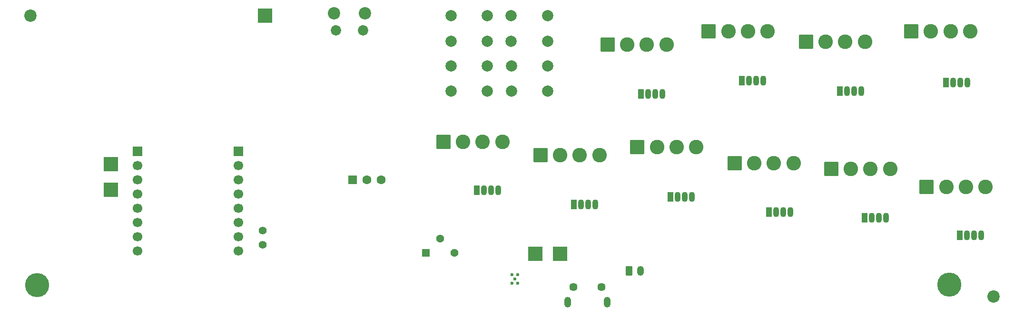
<source format=gbr>
%TF.GenerationSoftware,KiCad,Pcbnew,9.0.2*%
%TF.CreationDate,2025-05-27T01:48:19-04:00*%
%TF.ProjectId,JF-Clock_template_rpi,4a462d43-6c6f-4636-9b5f-74656d706c61,rev?*%
%TF.SameCoordinates,Original*%
%TF.FileFunction,Soldermask,Bot*%
%TF.FilePolarity,Negative*%
%FSLAX46Y46*%
G04 Gerber Fmt 4.6, Leading zero omitted, Abs format (unit mm)*
G04 Created by KiCad (PCBNEW 9.0.2) date 2025-05-27 01:48:19*
%MOMM*%
%LPD*%
G01*
G04 APERTURE LIST*
G04 Aperture macros list*
%AMRoundRect*
0 Rectangle with rounded corners*
0 $1 Rounding radius*
0 $2 $3 $4 $5 $6 $7 $8 $9 X,Y pos of 4 corners*
0 Add a 4 corners polygon primitive as box body*
4,1,4,$2,$3,$4,$5,$6,$7,$8,$9,$2,$3,0*
0 Add four circle primitives for the rounded corners*
1,1,$1+$1,$2,$3*
1,1,$1+$1,$4,$5*
1,1,$1+$1,$6,$7*
1,1,$1+$1,$8,$9*
0 Add four rect primitives between the rounded corners*
20,1,$1+$1,$2,$3,$4,$5,0*
20,1,$1+$1,$4,$5,$6,$7,0*
20,1,$1+$1,$6,$7,$8,$9,0*
20,1,$1+$1,$8,$9,$2,$3,0*%
G04 Aperture macros list end*
%ADD10R,1.700000X1.700000*%
%ADD11C,1.700000*%
%ADD12R,1.070000X1.800000*%
%ADD13O,1.070000X1.800000*%
%ADD14C,2.000000*%
%ADD15R,2.500000X2.500000*%
%ADD16RoundRect,0.250000X-1.050000X-1.050000X1.050000X-1.050000X1.050000X1.050000X-1.050000X1.050000X0*%
%ADD17C,2.600000*%
%ADD18C,2.200000*%
%ADD19RoundRect,0.102000X-0.611000X-0.611000X0.611000X-0.611000X0.611000X0.611000X-0.611000X0.611000X0*%
%ADD20C,1.426000*%
%ADD21C,1.850000*%
%ADD22RoundRect,0.200000X-0.600000X-0.600000X0.600000X-0.600000X0.600000X0.600000X-0.600000X0.600000X0*%
%ADD23C,1.600000*%
%ADD24C,4.300000*%
%ADD25RoundRect,0.250000X-0.350000X-0.625000X0.350000X-0.625000X0.350000X0.625000X-0.350000X0.625000X0*%
%ADD26O,1.200000X1.750000*%
%ADD27C,0.600000*%
%ADD28O,1.200000X1.900000*%
%ADD29C,1.450000*%
%ADD30C,1.400000*%
G04 APERTURE END LIST*
D10*
%TO.C,J14*%
X124015500Y-106860000D03*
D11*
X124015500Y-109400000D03*
X124015500Y-111940000D03*
X124015500Y-114480000D03*
X124015500Y-117020000D03*
X124015500Y-119560000D03*
X124015500Y-122100000D03*
X124015500Y-124640000D03*
%TD*%
D12*
%TO.C,Dm6*%
X252345000Y-121850000D03*
D13*
X253615000Y-121850000D03*
X254885000Y-121850000D03*
X256155000Y-121850000D03*
%TD*%
D14*
%TO.C,SW4*%
X172550000Y-91550000D03*
X179050000Y-91550000D03*
X172550000Y-96050000D03*
X179050000Y-96050000D03*
%TD*%
D15*
%TO.C,TP3*%
X176800000Y-125100000D03*
%TD*%
D16*
%TO.C,J1*%
X189650000Y-87817500D03*
D17*
X193150000Y-87817500D03*
X196650000Y-87817500D03*
X200150000Y-87817500D03*
%TD*%
D12*
%TO.C,Dh1*%
X195640000Y-96617500D03*
D13*
X196910000Y-96617500D03*
X198180000Y-96617500D03*
X199450000Y-96617500D03*
%TD*%
D15*
%TO.C,TP5*%
X101265500Y-113660000D03*
%TD*%
%TO.C,TP1*%
X128750000Y-82600000D03*
%TD*%
D16*
%TO.C,J4*%
X243700000Y-85400000D03*
D17*
X247200000Y-85400000D03*
X250700000Y-85400000D03*
X254200000Y-85400000D03*
%TD*%
D18*
%TO.C,DrillHole2*%
X258350000Y-132700000D03*
%TD*%
D16*
%TO.C,J8*%
X212250000Y-108950000D03*
D17*
X215750000Y-108950000D03*
X219250000Y-108950000D03*
X222750000Y-108950000D03*
%TD*%
D12*
%TO.C,Dm3*%
X200830000Y-114917500D03*
D13*
X202100000Y-114917500D03*
X203370000Y-114917500D03*
X204640000Y-114917500D03*
%TD*%
D15*
%TO.C,TP4*%
X101265500Y-109110000D03*
%TD*%
D14*
%TO.C,SW2*%
X172500000Y-82650000D03*
X179000000Y-82650000D03*
X172500000Y-87150000D03*
X179000000Y-87150000D03*
%TD*%
D19*
%TO.C,VR1*%
X157310000Y-124950000D03*
D20*
X159850000Y-122410000D03*
X162390000Y-124950000D03*
%TD*%
D12*
%TO.C,Dm1*%
X166390000Y-113767500D03*
D13*
X167660000Y-113767500D03*
X168930000Y-113767500D03*
X170200000Y-113767500D03*
%TD*%
D18*
%TO.C,A1*%
X141025000Y-82225000D03*
D21*
X141325000Y-85255000D03*
X146175000Y-85255000D03*
D18*
X146475000Y-82225000D03*
D22*
X144334100Y-111925000D03*
D23*
X146874100Y-111925000D03*
X149414100Y-111925000D03*
%TD*%
D24*
%TO.C,DrillHole3*%
X88200000Y-130700000D03*
%TD*%
D25*
%TO.C,J12*%
X193500000Y-128150000D03*
D26*
X195500000Y-128150000D03*
%TD*%
D14*
%TO.C,SW3*%
X161800000Y-91550000D03*
X168300000Y-91550000D03*
X161800000Y-96050000D03*
X168300000Y-96050000D03*
%TD*%
D12*
%TO.C,Dh3*%
X230990000Y-96100000D03*
D13*
X232260000Y-96100000D03*
X233530000Y-96100000D03*
X234800000Y-96100000D03*
%TD*%
D12*
%TO.C,Dm4*%
X218340000Y-117700000D03*
D13*
X219610000Y-117700000D03*
X220880000Y-117700000D03*
X222150000Y-117700000D03*
%TD*%
D18*
%TO.C,DrillHole1*%
X87000000Y-82650000D03*
%TD*%
D16*
%TO.C,J7*%
X194950000Y-106067500D03*
D17*
X198450000Y-106067500D03*
X201950000Y-106067500D03*
X205450000Y-106067500D03*
%TD*%
D10*
%TO.C,J13*%
X106015500Y-106830000D03*
D11*
X106015500Y-109370000D03*
X106015500Y-111910000D03*
X106015500Y-114450000D03*
X106015500Y-116990000D03*
X106015500Y-119530000D03*
X106015500Y-122070000D03*
X106015500Y-124610000D03*
%TD*%
D14*
%TO.C,SW1*%
X161800000Y-82650000D03*
X168300000Y-82650000D03*
X161800000Y-87150000D03*
X168300000Y-87150000D03*
%TD*%
D16*
%TO.C,J3*%
X224950000Y-87267500D03*
D17*
X228450000Y-87267500D03*
X231950000Y-87267500D03*
X235450000Y-87267500D03*
%TD*%
D16*
%TO.C,J9*%
X229450000Y-109950000D03*
D17*
X232950000Y-109950000D03*
X236450000Y-109950000D03*
X239950000Y-109950000D03*
%TD*%
D15*
%TO.C,TP2*%
X181200000Y-125100000D03*
%TD*%
D16*
%TO.C,J10*%
X246435000Y-113187500D03*
D17*
X249935000Y-113187500D03*
X253435000Y-113187500D03*
X256935000Y-113187500D03*
%TD*%
D27*
%TO.C,U2*%
X172638000Y-128849500D03*
X172638000Y-130349500D03*
X173138000Y-129599500D03*
X173638000Y-128849500D03*
X173638000Y-130349500D03*
%TD*%
D28*
%TO.C,J11*%
X182588000Y-133749500D03*
D29*
X183588000Y-131049500D03*
X188588000Y-131049500D03*
D28*
X189588000Y-133749500D03*
%TD*%
D24*
%TO.C,DrillHole4*%
X250450000Y-130600000D03*
%TD*%
D12*
%TO.C,Dm5*%
X235395000Y-118682500D03*
D13*
X236665000Y-118682500D03*
X237935000Y-118682500D03*
X239205000Y-118682500D03*
%TD*%
D16*
%TO.C,J2*%
X207650000Y-85400000D03*
D17*
X211150000Y-85400000D03*
X214650000Y-85400000D03*
X218150000Y-85400000D03*
%TD*%
D30*
%TO.C,J15*%
X128315500Y-120980000D03*
X128315500Y-123520000D03*
%TD*%
D12*
%TO.C,Dh2*%
X213595000Y-94200000D03*
D13*
X214865000Y-94200000D03*
X216135000Y-94200000D03*
X217405000Y-94200000D03*
%TD*%
D16*
%TO.C,J5*%
X160450000Y-105167500D03*
D17*
X163950000Y-105167500D03*
X167450000Y-105167500D03*
X170950000Y-105167500D03*
%TD*%
D16*
%TO.C,J6*%
X177700000Y-107467500D03*
D17*
X181200000Y-107467500D03*
X184700000Y-107467500D03*
X188200000Y-107467500D03*
%TD*%
D12*
%TO.C,Dh4*%
X249840000Y-94532500D03*
D13*
X251110000Y-94532500D03*
X252380000Y-94532500D03*
X253650000Y-94532500D03*
%TD*%
D12*
%TO.C,Dm2*%
X183660000Y-116317500D03*
D13*
X184930000Y-116317500D03*
X186200000Y-116317500D03*
X187470000Y-116317500D03*
%TD*%
M02*

</source>
